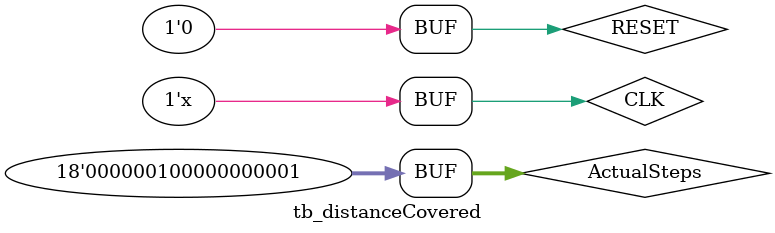
<source format=v>
`timescale 1ns / 1ps


module tb_distanceCovered();

reg CLK = 0;
reg RESET = 0;
reg [17:0] ActualSteps;

wire anodeSelect0;
wire anodeSelect1;
wire anodeSelect2;
wire anodeSelect3;
wire [3:0] sevenSeg; 

distanceCovered uut (CLK, ActualSteps, RESET, anodeSelect0, anodeSelect1, anodeSelect2, anodeSelect3, sevenSeg); 

always #5 CLK = ~CLK; // 100MHz

initial begin
//inputs here


RESET = 0;
ActualSteps = 0;

#50
ActualSteps = 1000;
#20
ActualSteps = 2000;
#20 
ActualSteps = 2048; 
#20
ActualSteps = 2049;








end



endmodule

</source>
